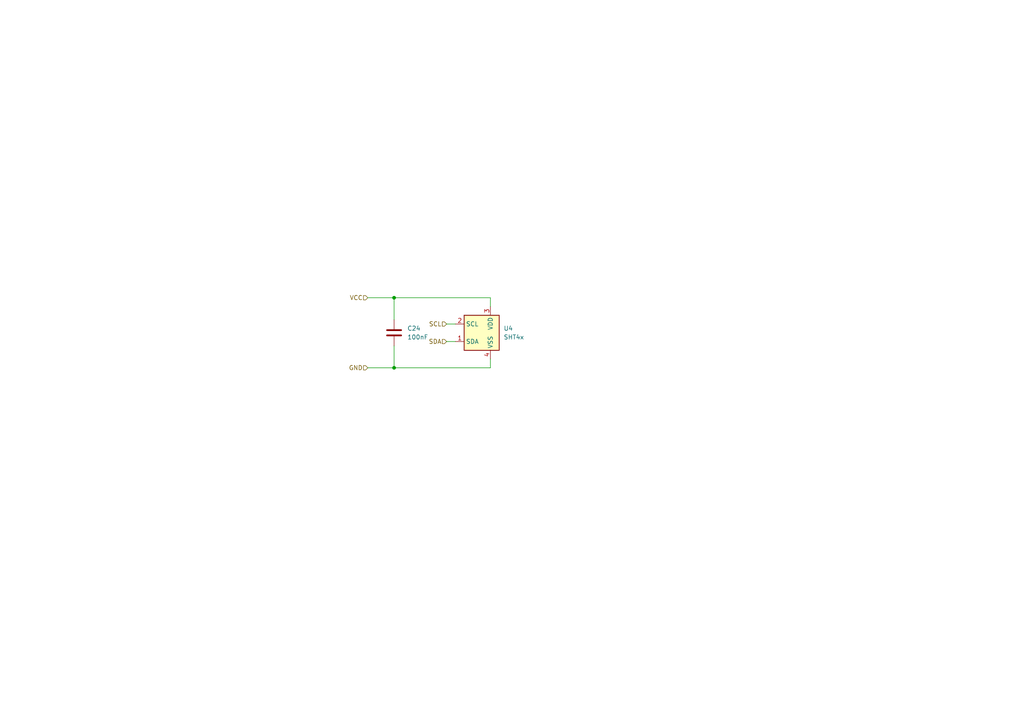
<source format=kicad_sch>
(kicad_sch (version 20231120) (generator "eeschema") (generator_version "8.0")
  (paper "A4")
  (lib_symbols
    (symbol "Device:C" (pin_numbers hide) (pin_names (offset 0.254))
      (property "Reference" "C" (at 0.635 2.54 0))
      (property "Value" "C" (at 0.635 -2.54 0))
      (symbol "C_0_1"
        (polyline (pts (xy -2.032 -0.762) (xy 2.032 -0.762)) (stroke (width 0.508)))
        (polyline (pts (xy -2.032 0.762) (xy 2.032 0.762)) (stroke (width 0.508)))
      )
      (symbol "C_1_1"
        (pin passive line (at 0 3.81 270) (length 2.794) (name "~") (number "1"))
        (pin passive line (at 0 -3.81 90) (length 2.794) (name "~") (number "2"))
      )
    )
    (symbol "Sensor_Humidity:SHT4x"
      (property "Reference" "U" (at 0 8.89 0))
      (property "Value" "SHT4x" (at 0 6.35 0))
      (symbol "SHT4x_1_1"
        (rectangle (start -5.08 5.08) (end 5.08 -5.08) (stroke (width 0.254)) (fill (type background)))
        (pin bidirectional line (at -7.62 -2.54 0) (length 2.54) (name "SDA") (number "1"))
        (pin input line (at -7.62 2.54 0) (length 2.54) (name "SCL") (number "2"))
        (pin power_in line (at 2.54 7.62 270) (length 2.54) (name "VDD") (number "3"))
        (pin power_in line (at 2.54 -7.62 90) (length 2.54) (name "VSS") (number "4"))
      )
    )
  )
  (junction (at 114.3 86.36))
  (junction (at 114.3 106.68))
  (wire (pts (xy 114.3 86.36) (xy 114.3 92.71)))
  (wire (pts (xy 142.24 86.36) (xy 142.24 88.9)))
  (wire (pts (xy 129.54 99.06) (xy 132.08 99.06)))
  (wire (pts (xy 114.3 106.68) (xy 142.24 106.68)))
  (wire (pts (xy 114.3 86.36) (xy 142.24 86.36)))
  (wire (pts (xy 106.68 86.36) (xy 114.3 86.36)))
  (wire (pts (xy 142.24 104.14) (xy 142.24 106.68)))
  (wire (pts (xy 129.54 93.98) (xy 132.08 93.98)))
  (wire (pts (xy 114.3 100.33) (xy 114.3 106.68)))
  (wire (pts (xy 106.68 106.68) (xy 114.3 106.68)))
  (hierarchical_label "VCC" (shape input) (at 106.68 86.36 180))
  (hierarchical_label "SDA" (shape input) (at 129.54 99.06 180))
  (hierarchical_label "GND" (shape input) (at 106.68 106.68 180))
  (hierarchical_label "SCL" (shape input) (at 129.54 93.98 180))
  (symbol (lib_id "Sensor_Humidity:SHT4x") (at 139.7 96.52 0) (unit 1)
    (property "Reference" "U4" (at 146.05 95.2499 0) (effects (justify left)))
    (property "Value" "SHT4x" (at 146.05 97.7899 0) (effects (justify left)))
    (property "Footprint" "Sensor_Humidity:Sensirion_DFN-4_1.5x1.5mm_P0.8mm_SHT4x_NoCentralPad" (effects (hide yes)))
    (property "Datasheet" "https://sensirion.com/media/documents/33FD6951/624C4357/Datasheet_SHT4x.pdf" (effects (hide yes)))
    (property "Description" "Digital Humidity and Temperature Sensor, +/-1%RH, +/-0.1degC, I2C, 1.08-3.6V, 16bit, DFN-4" (effects (hide yes)))
  )
  (symbol (lib_id "Device:C") (at 114.3 96.52 0) (unit 1)
    (property "Reference" "C24" (at 118.11 95.2499 0) (effects (justify left)))
    (property "Value" "100nF" (at 118.11 97.7899 0) (effects (justify left)))
    (property "Footprint" "Capacitor_SMD:C_0402_1005Metric" (effects (hide yes)))
    (property "Description" "Unpolarized capacitor" (effects (hide yes)))
  )
)
</source>
